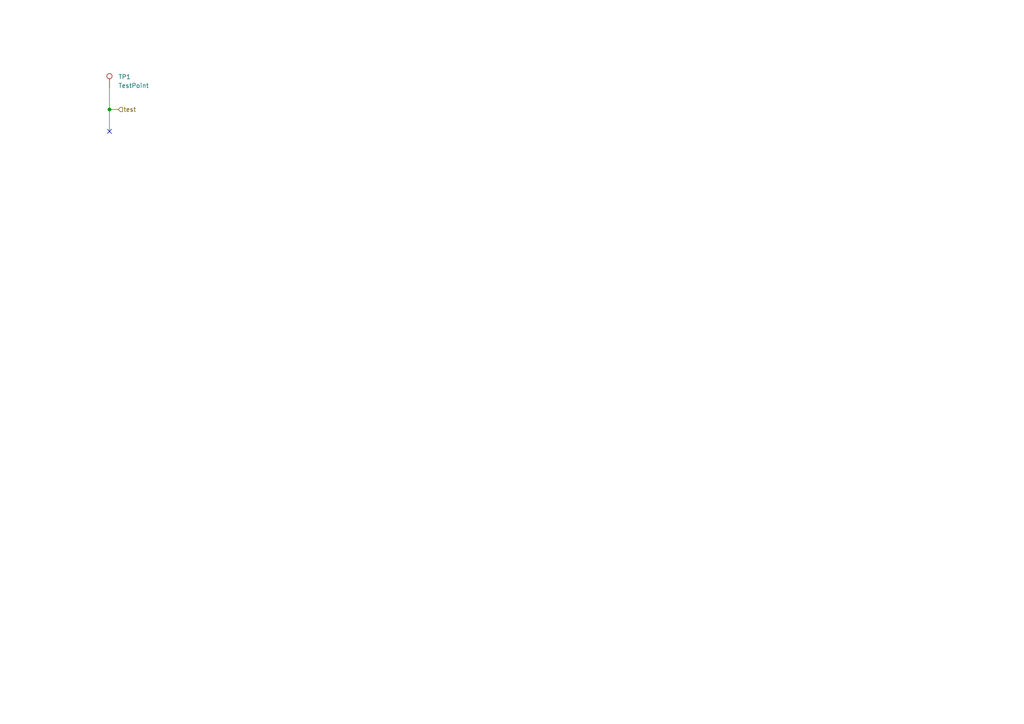
<source format=kicad_sch>
(kicad_sch (version 20210621) (generator eeschema)
  (paper "A4")
  (lib_symbols
    (symbol "Connector:TestPoint" (pin_numbers hide) (pin_names (offset 0.762) hide)
      (property "Reference" "TP" (at 0 6.858 0))
      (property "Value" "TestPoint" (at 0 5.08 0))
      (symbol "TestPoint_0_1"
        (circle (center 0 3.302) (radius 0.762))
      )
      (symbol "TestPoint_1_1"
        (pin passive line (at 0 0 90) (length 2.54) (name "1") (number "1"))
      )
    )
  )
  (junction (at 31.75 31.75) (diameter 0.9144))
  (no_connect (at 31.75 38.1))
  (wire (pts (xy 31.75 25.4) (xy 31.75 31.75)))
  (wire (pts (xy 31.75 31.75) (xy 31.75 38.1)))
  (wire (pts (xy 31.75 31.75) (xy 34.29 31.75)))
  (hierarchical_label "test" (shape input) (at 34.29 31.75 0))
  (symbol (lib_id "Connector:TestPoint") (at 31.75 25.4 0) (unit 1)
    (property "Reference" "TP1" (at 34.29 22.2884 0) (effects (justify left)))
    (property "Value" "TestPoint" (at 34.29 24.8284 0) (effects (justify left)))
  )
)
</source>
